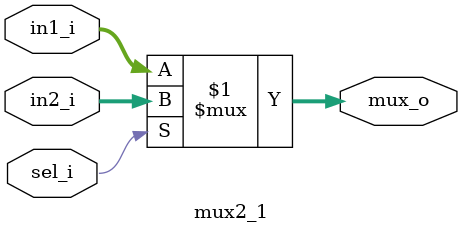
<source format=v>

module mux2_1 #(
   parameter Width = 32
) (
  input  [Width-1:0] in1_i,
  input  [Width-1:0] in2_i,
  input              sel_i,
  output [Width-1:0] mux_o
);

  assign mux_o = sel_i ? in2_i : in1_i;

endmodule

</source>
